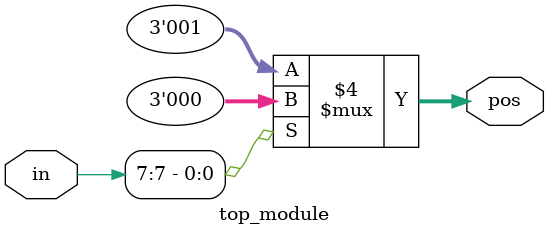
<source format=sv>
module top_module (
    input [7:0] in,
    output reg [2:0] pos
);

always @* begin
    casez(in)
        8'b1zzzzzzz: pos = 3'b000;
        8'b0zzzzzzzz: pos = 3'b001;
        8'bz1zzzzzz: pos = 3'b010;
        8'bz0zzzzzz: pos = 3'b011;
        8'bz1zzzzzz: pos = 3'b100;
        8'bz0zzzzzz: pos = 3'b101;
        8'bz1zzzzzz: pos = 3'b110;
        8'bz0zzzzzz: pos = 3'b111;
        default: pos = 3'b000;
    endcase
end

endmodule

</source>
